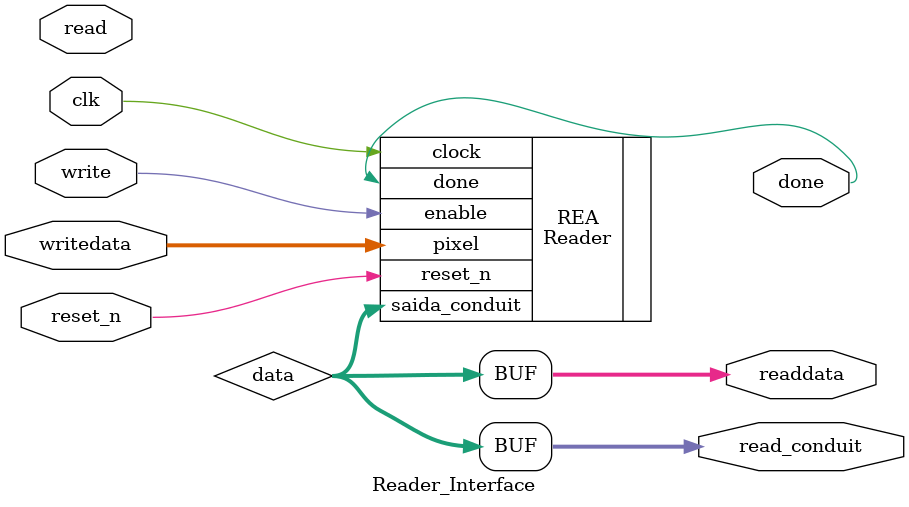
<source format=v>

module Reader_Interface (clk, reset_n, write, writedata, read, readdata, read_conduit, done);

input clk, reset_n, write, read;
input [31:0] writedata;
output done;
output [31:0] readdata, read_conduit;

wire [31:0] data;

  Reader REA (.clock(clk), .reset_n(reset_n), .enable(write), .pixel(writedata), .saida_conduit(data), .done(done));
  
assign readdata = data;
assign read_conduit = data;

endmodule

</source>
